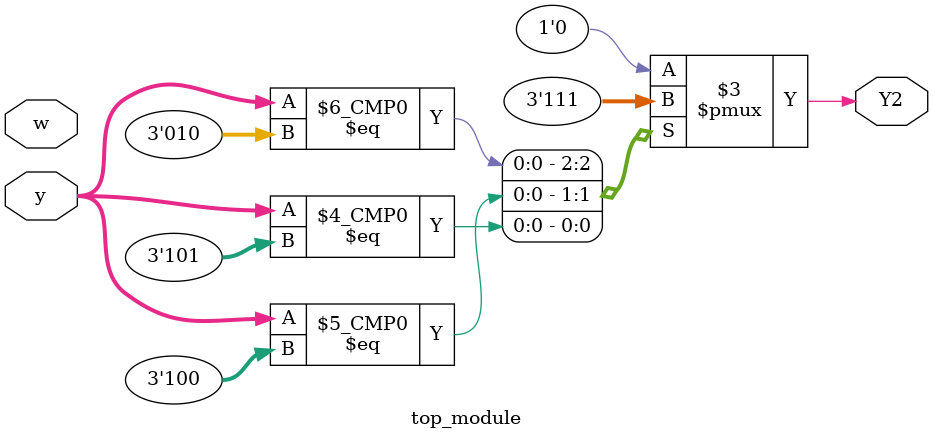
<source format=sv>
module top_module(
    input [3:1] y,
    input w,
    output reg Y2);

    // Define the states
    parameter A = 3'b000;
    parameter B = 3'b001;
    parameter C = 3'b010;
    parameter D = 3'b011;
    parameter E = 3'b100;
    parameter F = 3'b101;

    always @(*) begin
        case (y)
            A: Y2 = 1'b0;
            B: Y2 = 1'b0;
            C: Y2 = 1'b1;
            D: Y2 = 1'b0;
            E: Y2 = 1'b1;
            F: Y2 = 1'b1;
            default: Y2 = 1'b0;
        endcase
    end
endmodule

</source>
